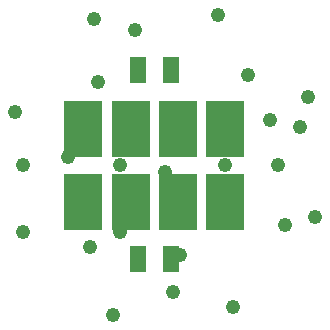
<source format=gbs>
%FSLAX25Y25*%
%MOIN*%
G70*
G01*
G75*
G04 Layer_Color=48896*
%ADD10R,0.05906X0.05906*%
%ADD11R,0.05906X0.05906*%
%ADD12P,0.08352X4X337.5*%
%ADD13P,0.08352X4X382.5*%
%ADD14P,0.08352X4X67.5*%
%ADD15P,0.08352X4X112.5*%
%ADD16C,0.02500*%
%ADD17C,0.04000*%
%ADD18R,0.05000X0.08000*%
%ADD19R,0.12205X0.17716*%
%ADD20C,0.05000*%
%ADD21C,0.01000*%
%ADD22C,0.01200*%
%ADD23C,0.01500*%
%ADD24R,0.04906X0.04906*%
%ADD25R,0.04906X0.04906*%
%ADD26P,0.06937X4X337.5*%
%ADD27P,0.06937X4X382.5*%
%ADD28P,0.06937X4X67.5*%
%ADD29P,0.06937X4X112.5*%
%ADD30R,0.04000X0.07000*%
%ADD31R,0.11205X0.16716*%
%ADD32R,0.06706X0.06706*%
%ADD33R,0.06706X0.06706*%
%ADD34P,0.09483X4X337.5*%
%ADD35P,0.09483X4X382.5*%
%ADD36P,0.09483X4X67.5*%
%ADD37P,0.09483X4X112.5*%
%ADD38C,0.04800*%
%ADD39R,0.05800X0.08800*%
%ADD40R,0.13005X0.18517*%
D38*
X1127500Y830000D02*
D03*
X1145000Y812500D02*
D03*
X1135000Y815000D02*
D03*
X1077500Y827500D02*
D03*
X1090000Y845000D02*
D03*
X1140000Y780000D02*
D03*
X1137500Y800000D02*
D03*
X1105000Y770000D02*
D03*
X1102500Y757500D02*
D03*
X1085000Y800000D02*
D03*
Y777500D02*
D03*
X1075000Y772500D02*
D03*
X1050000Y817500D02*
D03*
X1052500Y777500D02*
D03*
X1082500Y750000D02*
D03*
X1122500Y752500D02*
D03*
X1150000Y782500D02*
D03*
X1147500Y822500D02*
D03*
X1117500Y850000D02*
D03*
X1076326Y848674D02*
D03*
X1100000Y797500D02*
D03*
X1120000Y800000D02*
D03*
X1067500Y802500D02*
D03*
X1052500Y800000D02*
D03*
D39*
X1091000Y768500D02*
D03*
X1102000D02*
D03*
X1091000Y831500D02*
D03*
X1102000D02*
D03*
D40*
X1120000Y787500D02*
D03*
X1104252D02*
D03*
X1088504D02*
D03*
X1120000Y812106D02*
D03*
X1104252D02*
D03*
X1088504D02*
D03*
X1072756Y787500D02*
D03*
Y812106D02*
D03*
M02*

</source>
